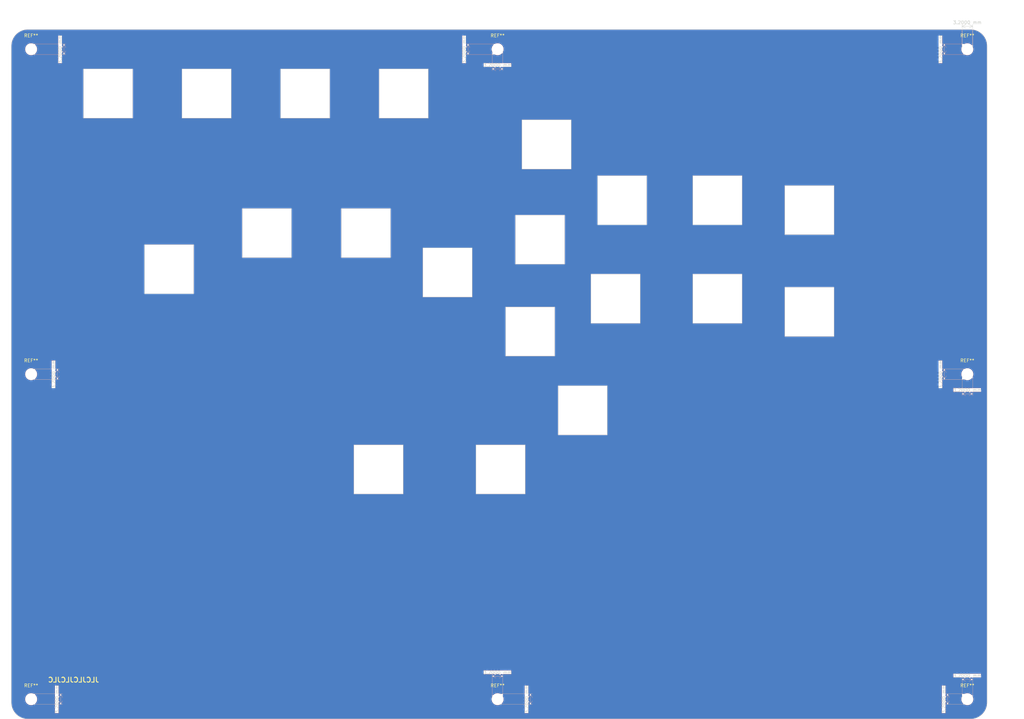
<source format=kicad_pcb>
(kicad_pcb (version 20241229) (generator "pcbnew") (generator_version "9.0")
  (layers (0 "F.Cu" signal) (2 "B.Cu" signal) (13 "F.Paste" user) (15 "B.Paste" user) (5 "F.SilkS" user "F.Silkscreen") (7 "B.SilkS" user "B.Silkscreen") (1 "F.Mask" user) (3 "B.Mask" user) (25 "Edge.Cuts" user))
  (net 0 "")
  (net 1 "GND")
  (footprint "MountingHole:MountingHole_3.2mm_M3" (layer "F.Cu") (at 341 234)
    (property "Reference" "REF**" (at 0 -4.15 0) (layer "F.SilkS"))
    (property "Value" "MountingHole_3.2mm_M3")
    (pad "" np_thru_hole circle (at 0 0) (size 3.2 3.2) (drill 3.2) (layers "*.Cu" "*.Mask"))
  )
  (footprint "MountingHole:MountingHole_3.2mm_M3" (layer "F.Cu") (at 56 36)
    (property "Reference" "REF**" (at 0 -4.15 0) (layer "F.SilkS"))
    (property "Value" "MountingHole_3.2mm_M3")
    (pad "" np_thru_hole circle (at 0 0) (size 3.2 3.2) (drill 3.2) (layers "*.Cu" "*.Mask"))
  )
  (footprint "MountingHole:MountingHole_3.2mm_M3" (layer "F.Cu") (at 56 135)
    (property "Reference" "REF**" (at 0 -4.15 0) (layer "F.SilkS"))
    (property "Value" "MountingHole_3.2mm_M3")
    (pad "" np_thru_hole circle (at 0 0) (size 3.2 3.2) (drill 3.2) (layers "*.Cu" "*.Mask"))
  )
  (footprint "MountingHole:MountingHole_3.2mm_M3" (layer "F.Cu") (at 198 36)
    (property "Reference" "REF**" (at 0 -4.15 0) (layer "F.SilkS"))
    (property "Value" "MountingHole_3.2mm_M3" (hide yes))
    (pad "" np_thru_hole circle (at 0 0) (size 3.2 3.2) (drill 3.2) (layers "*.Cu" "*.Mask"))
  )
  (footprint "MountingHole:MountingHole_3.2mm_M3" (layer "F.Cu") (at 56 234)
    (property "Reference" "REF**" (at 0 -4.15 0) (layer "F.SilkS"))
    (property "Value" "MountingHole_3.2mm_M3")
    (pad "" np_thru_hole circle (at 0 0) (size 3.2 3.2) (drill 3.2) (layers "*.Cu" "*.Mask"))
  )
  (footprint "MountingHole:MountingHole_3.2mm_M3" (layer "F.Cu") (at 341 36)
    (property "Reference" "REF**" (at 0 -4.15 0) (layer "F.SilkS"))
    (property "Value" "MountingHole_3.2mm_M3")
    (pad "" np_thru_hole circle (at 0 0) (size 3.2 3.2) (drill 3.2) (layers "*.Cu" "*.Mask"))
  )
  (footprint "MountingHole:MountingHole_3.2mm_M3" (layer "F.Cu") (at 341 135)
    (property "Reference" "REF**" (at 0 -4.15 0) (layer "F.SilkS"))
    (property "Value" "MountingHole_3.2mm_M3")
    (pad "" np_thru_hole circle (at 0 0) (size 3.2 3.2) (drill 3.2) (layers "*.Cu" "*.Mask"))
  )
  (footprint "MountingHole:MountingHole_3.2mm_M3" (layer "F.Cu") (at 198 234)
    (property "Reference" "REF**" (at 0 -4.15 0) (layer "F.SilkS"))
    (property "Value" "MountingHole_3.2mm_M3")
    (pad "" np_thru_hole circle (at 0 0) (size 3.2 3.2) (drill 3.2) (layers "*.Cu" "*.Mask"))
  )
  (gr_circle (center 198 234) (end 199.6 234) (stroke (width 0.05)) (fill no) (layer "Edge.Cuts"))
  (gr_arc (start 50 35) (mid 51.464466 31.464466) (end 55 30) (stroke (width 0.1)) (layer "Edge.Cuts"))
  (gr_arc (start 342 30) (mid 345.535534 31.464466) (end 347 35) (stroke (width 0.1)) (layer "Edge.Cuts"))
  (gr_arc (start 55 240) (mid 51.464466 238.535534) (end 50 235) (stroke (width 0.1)) (layer "Edge.Cuts"))
  (gr_rect (start 257.419466 74.499466) (end 272.419466 89.499466) (stroke (width 0.1)) (fill no) (layer "Edge.Cuts"))
  (gr_circle (center 56 234) (end 57.6 234) (stroke (width 0.05)) (fill no) (layer "Edge.Cuts"))
  (gr_rect (start 154.259466 156.499466) (end 169.259466 171.499466) (stroke (width 0.1)) (fill no) (layer "Edge.Cuts"))
  (gr_rect (start 71.919466 41.999466) (end 86.919466 56.999466) (stroke (width 0.1)) (fill no) (layer "Edge.Cuts"))
  (gr_rect (start 226.419466 104.499466) (end 241.419466 119.499466) (stroke (width 0.1)) (fill no) (layer "Edge.Cuts"))
  (gr_rect (start 191.419466 156.499466) (end 206.419466 171.499466) (stroke (width 0.1)) (fill no) (layer "Edge.Cuts"))
  (gr_rect (start 228.419466 74.499466) (end 243.419466 89.499466) (stroke (width 0.1)) (fill no) (layer "Edge.Cuts"))
  (gr_rect (start 285.419466 108.499466) (end 300.419466 123.499466) (stroke (width 0.1)) (fill no) (layer "Edge.Cuts"))
  (gr_circle (center 198 36) (end 199.6 36) (stroke (width 0.05)) (fill no) (layer "Edge.Cuts"))
  (gr_rect (start 216.419466 138.499466) (end 231.419466 153.499466) (stroke (width 0.1)) (fill no) (layer "Edge.Cuts"))
  (gr_rect (start 205.414466 57.499466) (end 220.414466 72.499466) (stroke (width 0.1)) (fill no) (layer "Edge.Cuts"))
  (gr_circle (center 56 135) (end 57.6 135) (stroke (width 0.1)) (fill no) (layer "Edge.Cuts"))
  (gr_rect (start 101.919466 41.999466) (end 116.919466 56.999466) (stroke (width 0.1)) (fill no) (layer "Edge.Cuts"))
  (gr_rect (start 150.419466 84.499466) (end 165.419466 99.499466) (stroke (width 0.1)) (fill no) (layer "Edge.Cuts"))
  (gr_arc (start 347 235) (mid 345.535534 238.535534) (end 342 240) (stroke (width 0.1)) (layer "Edge.Cuts"))
  (gr_rect (start 200.419466 114.499466) (end 215.419466 129.499466) (stroke (width 0.1)) (fill no) (layer "Edge.Cuts"))
  (gr_circle (center 341 234) (end 342.6 234) (stroke (width 0.05)) (fill no) (layer "Edge.Cuts"))
  (gr_circle (center 56 36) (end 57.6 36) (stroke (width 0.1)) (fill no) (layer "Edge.Cuts"))
  (gr_circle (center 341 135) (end 342.6 135) (stroke (width 0.05)) (fill no) (layer "Edge.Cuts"))
  (gr_rect (start 131.919466 41.999466) (end 146.919466 56.999466) (stroke (width 0.1)) (fill no) (layer "Edge.Cuts"))
  (gr_rect (start 175.259466 96.499466) (end 190.259466 111.499466) (stroke (width 0.1)) (fill no) (layer "Edge.Cuts"))
  (gr_line (start 347 235) (end 347 35) (stroke (width 0.1)) (layer "Edge.Cuts"))
  (gr_rect (start 285.419466 77.499466) (end 300.419466 92.499466) (stroke (width 0.1)) (fill no) (layer "Edge.Cuts"))
  (gr_circle (center 341 36) (end 342.6 36) (stroke (width 0.05)) (fill no) (layer "Edge.Cuts"))
  (gr_rect (start 203.424466 86.504466) (end 218.424466 101.504466) (stroke (width 0.1)) (fill no) (layer "Edge.Cuts"))
  (gr_rect (start 161.919466 41.999466) (end 176.919466 56.999466) (stroke (width 0.1)) (fill no) (layer "Edge.Cuts"))
  (gr_rect (start 257.419466 104.499466) (end 272.419466 119.499466) (stroke (width 0.1)) (fill no) (layer "Edge.Cuts"))
  (gr_line (start 342 30) (end 55 30) (stroke (width 0.1)) (layer "Edge.Cuts"))
  (gr_rect (start 90.499466 95.499466) (end 105.499466 110.499466) (stroke (width 0.1)) (fill no) (layer "Edge.Cuts"))
  (gr_rect (start 120.259466 84.499466) (end 135.259466 99.499466) (stroke (width 0.1)) (fill no) (layer "Edge.Cuts"))
  (gr_line (start 50 235) (end 50 35) (stroke (width 0.1)) (layer "Edge.Cuts"))
  (gr_line (start 342 240) (end 55 240) (stroke (width 0.1)) (layer "Edge.Cuts"))
  (gr_text "JLCJLCJLCJLC" (at 61 229 0) (layer "F.SilkS") (effects (font (size 1.5 1.5) (thickness 0.3) (bold yes)) (justify right bottom mirror)))
  (dimension (type orthogonal) (layer "Edge.Cuts") (pts (xy 56 34.4) (xy 56 37.6)) (height 10) (orientation 1) (format (prefix "") (suffix "") (units 3) (units_format 1) (precision 4)) (style (thickness 0.05) (arrow_length 1.27) (text_position_mode 0) (arrow_direction outward) (extension_height 0.58642) (extension_offset 0.5) (keep_text_aligned yes)) (gr_text "3.2000 mm" (at 64.85 36 90) (layer "Edge.Cuts") (effects (font (size 1 1) (thickness 0.15)))))
  (dimension (type orthogonal) (layer "Edge.Cuts") (pts (xy 196.4 234) (xy 199.6 234)) (height -7) (orientation 0) (format (prefix "") (suffix "") (units 3) (units_format 1) (precision 4)) (style (thickness 0.05) (arrow_length 1.27) (text_position_mode 0) (arrow_direction outward) (extension_height 0.58642) (extension_offset 0.5) (keep_text_aligned yes)) (gr_text "3.2000 mm" (at 198 225.85 0) (layer "Edge.Cuts") (effects (font (size 1 1) (thickness 0.15)))))
  (dimension (type orthogonal) (layer "Edge.Cuts") (pts (xy 196.4 36) (xy 199.6 36)) (height 6) (orientation 0) (format (prefix "") (suffix "") (units 3) (units_format 1) (precision 4)) (style (thickness 0.05) (arrow_length 1.27) (text_position_mode 0) (arrow_direction outward) (extension_height 0.58642) (extension_offset 0.5) (keep_text_aligned yes)) (gr_text "3.2000 mm" (at 198 40.85 0) (layer "Edge.Cuts") (effects (font (size 1 1) (thickness 0.15)))))
  (dimension (type orthogonal) (layer "Edge.Cuts") (pts (xy 341 232.4) (xy 341 235.6)) (height -6) (orientation 1) (format (prefix "") (suffix "") (units 3) (units_format 1) (precision 4)) (style (thickness 0.05) (arrow_length 1.27) (text_position_mode 0) (arrow_direction outward) (extension_height 0.58642) (extension_offset 0.5) (keep_text_aligned yes)) (gr_text "3.2000 mm" (at 333.85 234 90) (layer "Edge.Cuts") (effects (font (size 1 1) (thickness 0.15)))))
  (dimension (type orthogonal) (layer "Edge.Cuts") (pts (xy 341 34.4) (xy 341 37.6)) (height -7) (orientation 1) (format (prefix "") (suffix "") (units 3) (units_format 1) (precision 4)) (style (thickness 0.05) (arrow_length 1.27) (text_position_mode 0) (arrow_direction outward) (extension_height 0.58642) (extension_offset 0.5) (keep_text_aligned yes)) (gr_text "3.2000 mm" (at 332.85 36 90) (layer "Edge.Cuts") (effects (font (size 1 1) (thickness 0.15)))))
  (dimension (type orthogonal) (layer "Edge.Cuts") (pts (xy 198 34.4) (xy 198 37.6)) (height -9) (orientation 1) (format (prefix "") (suffix "") (units 3) (units_format 1) (precision 4)) (style (thickness 0.05) (arrow_length 1.27) (text_position_mode 0) (arrow_direction outward) (extension_height 0.58642) (extension_offset 0.5) (keep_text_aligned yes)) (gr_text "3.2000 mm" (at 187.85 36 90) (layer "Edge.Cuts") (effects (font (size 1 1) (thickness 0.15)))))
  (dimension (type orthogonal) (layer "Edge.Cuts") (pts (xy 339.4 135) (xy 342.6 135)) (height 6) (orientation 0) (format (prefix "") (suffix "") (units 3) (units_format 1) (precision 4)) (style (thickness 0.05) (arrow_length 1.27) (text_position_mode 0) (arrow_direction outward) (extension_height 0.58642) (extension_offset 0.5) (keep_text_aligned yes)) (gr_text "3.2000 mm" (at 341 139.85 0) (layer "Edge.Cuts") (effects (font (size 1 1) (thickness 0.15)))))
  (dimension (type orthogonal) (layer "Edge.Cuts") (pts (xy 341 133.4) (xy 341 136.6)) (height -7) (orientation 1) (format (prefix "") (suffix "") (units 3) (units_format 1) (precision 4)) (style (thickness 0.05) (arrow_length 1.27) (text_position_mode 0) (arrow_direction outward) (extension_height 0.58642) (extension_offset 0.5) (keep_text_aligned yes)) (gr_text "3.2000 mm" (at 332.85 135 90) (layer "Edge.Cuts") (effects (font (size 1 1) (thickness 0.15)))))
  (dimension (type orthogonal) (layer "Edge.Cuts") (pts (xy 198 232.4) (xy 198 235.6)) (height 10) (orientation 1) (format (prefix "") (suffix "") (units 3) (units_format 1) (precision 4)) (style (thickness 0.05) (arrow_length 1.27) (text_position_mode 0) (arrow_direction outward) (extension_height 0.58642) (extension_offset 0.5) (keep_text_aligned yes)) (gr_text "3.2000 mm" (at 206.85 234 90) (layer "Edge.Cuts") (effects (font (size 1 1) (thickness 0.15)))))
  (dimension (type orthogonal) (layer "Edge.Cuts") (pts (xy 339.4 234) (xy 342.6 234)) (height -6) (orientation 0) (format (prefix "") (suffix "") (units 3) (units_format 1) (precision 4)) (style (thickness 0.05) (arrow_length 1.27) (text_position_mode 0) (arrow_direction outward) (extension_height 0.58642) (extension_offset 0.5) (keep_text_aligned yes)) (gr_text "3.2000 mm" (at 341 226.85 0) (layer "Edge.Cuts") (effects (font (size 1 1) (thickness 0.15)))))
  (dimension (type orthogonal) (layer "Edge.Cuts") (pts (xy 56 136.6) (xy 56 133.4)) (height 8) (orientation 1) (format (prefix "") (suffix "") (units 3) (units_format 1) (precision 4)) (style (thickness 0.05) (arrow_length 1.27) (text_position_mode 0) (arrow_direction outward) (extension_height 0.58642) (extension_offset 0.5) (keep_text_aligned yes)) (gr_text "3.2000 mm" (at 62.85 135 90) (layer "Edge.Cuts") (effects (font (size 1 1) (thickness 0.15)))))
  (dimension (type orthogonal) (layer "Edge.Cuts") (pts (xy 56 232.4) (xy 56 235.6)) (height 9) (orientation 1) (format (prefix "") (suffix "") (units 3) (units_format 1) (precision 4)) (style (thickness 0.05) (arrow_length 1.27) (text_position_mode 0) (arrow_direction outward) (extension_height 0.58642) (extension_offset 0.5) (keep_text_aligned yes)) (gr_text "3.2000 mm" (at 63.85 234 90) (layer "Edge.Cuts") (effects (font (size 1 1) (thickness 0.15)))))
  (dimension (type orthogonal) (layer "Edge.Cuts") (pts (xy 339.4 36) (xy 342.6 36)) (height -7) (orientation 0) (format (prefix "") (suffix "") (units 3) (units_format 1) (precision 4)) (style (thickness 0.1) (arrow_length 1.27) (text_position_mode 0) (arrow_direction outward) (extension_height 0.58642) (extension_offset 0.5) (keep_text_aligned yes)) (gr_text "3.2000 mm" (at 341 27.85 0) (layer "Edge.Cuts") (effects (font (size 1 1) (thickness 0.15)))))
  (zone (net 1) (net_name "GND") (layer "F.Cu") (connect_pads (clearance 0)) (min_thickness 0.25) (fill yes (thermal_gap 0.5) (thermal_bridge_width 0.5))
    (polygon (pts (xy 50 30) (xy 50 240) (xy 347 240) (xy 347 30)))
  )
  (zone (net 1) (net_name "GND") (layer "B.Cu") (priority 1) (connect_pads (clearance 0)) (min_thickness 0.25) (fill yes (thermal_gap 0.5) (thermal_bridge_width 0.5))
    (polygon (pts (xy 50 30) (xy 50 240) (xy 347 240) (xy 347 30)))
  )
)
</source>
